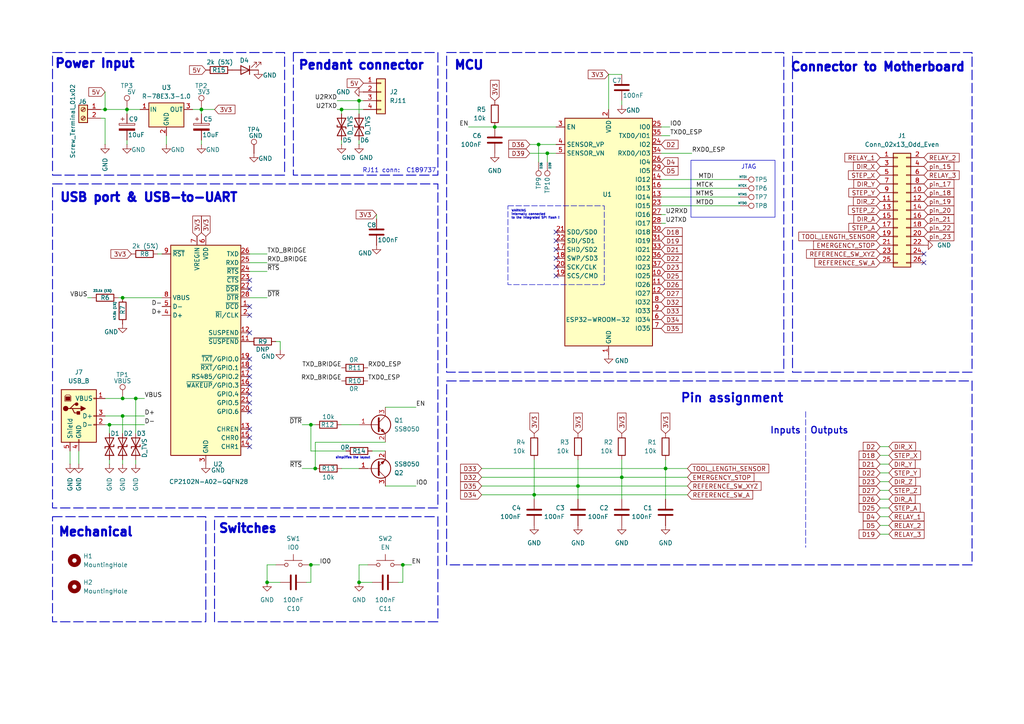
<source format=kicad_sch>
(kicad_sch (version 20250114) (generator "eeschema") (generator_version "9.0")
  (paper "A4")
  (lib_symbols
    (symbol "Connector:Screw_Terminal_01x02" (pin_names (offset 1.016) (hide yes))
      (property "Reference" "J" (at 0 2.54 0))
      (property "Value" "Screw_Terminal_01x02" (at 0 -5.08 0))
      (symbol "Screw_Terminal_01x02_1_1"
        (pin passive line (at -5.08 0 0) (length 3.81) (name "Pin_1") (number "1"))
        (pin passive line (at -5.08 -2.54 0) (length 3.81) (name "Pin_2") (number "2"))
      )
    )
    (symbol "Connector:TestPoint" (pin_numbers (hide yes)) (pin_names (offset 0.762) (hide yes))
      (property "Reference" "TP" (at 0 6.858 0))
      (property "Value" "TestPoint" (at 0 5.08 0))
      (symbol "TestPoint_1_1"
        (pin passive line (at 0 0 90) (length 2.54) (name "1") (number "1"))
      )
    )
    (symbol "Connector:USB_B" (pin_names (offset 1.016))
      (property "Reference" "J" (at -5.08 11.43 0))
      (property "Value" "USB_B" (at -5.08 8.89 0))
      (symbol "USB_B_1_1"
        (pin passive line (at -2.54 -10.16 90) (length 2.54) (name "Shield") (number "5"))
        (pin power_out line (at 0 -10.16 90) (length 2.54) (name "GND") (number "4"))
        (pin power_out line (at 7.62 5.08 180) (length 2.54) (name "VBUS") (number "1"))
        (pin bidirectional line (at 7.62 0 180) (length 2.54) (name "D+") (number "3"))
        (pin bidirectional line (at 7.62 -2.54 180) (length 2.54) (name "D-") (number "2"))
      )
    )
    (symbol "Connector_Generic:Conn_01x04" (pin_names (offset 1.016) (hide yes))
      (property "Reference" "J" (at 0 5.08 0))
      (property "Value" "Conn_01x04" (at 0 -7.62 0))
      (symbol "Conn_01x04_1_1"
        (pin passive line (at -5.08 2.54 0) (length 3.81) (name "Pin_1") (number "1"))
        (pin passive line (at -5.08 0 0) (length 3.81) (name "Pin_2") (number "2"))
        (pin passive line (at -5.08 -2.54 0) (length 3.81) (name "Pin_3") (number "3"))
        (pin passive line (at -5.08 -5.08 0) (length 3.81) (name "Pin_4") (number "4"))
      )
    )
    (symbol "Connector_Generic:Conn_02x13_Odd_Even" (pin_names (offset 1.016) (hide yes))
      (property "Reference" "J" (at 1.27 17.78 0))
      (property "Value" "Conn_02x13_Odd_Even" (at 1.27 -17.78 0))
      (symbol "Conn_02x13_Odd_Even_1_1"
        (pin passive line (at -5.08 15.24 0) (length 3.81) (name "Pin_1") (number "1"))
        (pin passive line (at -5.08 12.7 0) (length 3.81) (name "Pin_3") (number "3"))
        (pin passive line (at -5.08 10.16 0) (length 3.81) (name "Pin_5") (number "5"))
        (pin passive line (at -5.08 7.62 0) (length 3.81) (name "Pin_7") (number "7"))
        (pin passive line (at -5.08 5.08 0) (length 3.81) (name "Pin_9") (number "9"))
        (pin passive line (at -5.08 2.54 0) (length 3.81) (name "Pin_11") (number "11"))
        (pin passive line (at -5.08 0 0) (length 3.81) (name "Pin_13") (number "13"))
        (pin passive line (at -5.08 -2.54 0) (length 3.81) (name "Pin_15") (number "15"))
        (pin passive line (at -5.08 -5.08 0) (length 3.81) (name "Pin_17") (number "17"))
        (pin passive line (at -5.08 -7.62 0) (length 3.81) (name "Pin_19") (number "19"))
        (pin passive line (at -5.08 -10.16 0) (length 3.81) (name "Pin_21") (number "21"))
        (pin passive line (at -5.08 -12.7 0) (length 3.81) (name "Pin_23") (number "23"))
        (pin passive line (at -5.08 -15.24 0) (length 3.81) (name "Pin_25") (number "25"))
        (pin passive line (at 7.62 15.24 180) (length 3.81) (name "Pin_2") (number "2"))
        (pin passive line (at 7.62 12.7 180) (length 3.81) (name "Pin_4") (number "4"))
        (pin passive line (at 7.62 10.16 180) (length 3.81) (name "Pin_6") (number "6"))
        (pin passive line (at 7.62 7.62 180) (length 3.81) (name "Pin_8") (number "8"))
        (pin passive line (at 7.62 5.08 180) (length 3.81) (name "Pin_10") (number "10"))
        (pin passive line (at 7.62 2.54 180) (length 3.81) (name "Pin_12") (number "12"))
        (pin passive line (at 7.62 0 180) (length 3.81) (name "Pin_14") (number "14"))
        (pin passive line (at 7.62 -2.54 180) (length 3.81) (name "Pin_16") (number "16"))
        (pin passive line (at 7.62 -5.08 180) (length 3.81) (name "Pin_18") (number "18"))
        (pin passive line (at 7.62 -7.62 180) (length 3.81) (name "Pin_20") (number "20"))
        (pin passive line (at 7.62 -10.16 180) (length 3.81) (name "Pin_22") (number "22"))
        (pin passive line (at 7.62 -12.7 180) (length 3.81) (name "Pin_24") (number "24"))
        (pin passive line (at 7.62 -15.24 180) (length 3.81) (name "Pin_26") (number "26"))
      )
    )
    (symbol "Device:C" (pin_numbers (hide yes)) (pin_names (offset 0.254))
      (property "Reference" "C" (at 0.635 2.54 0))
      (property "Value" "C" (at 0.635 -2.54 0))
      (symbol "C_1_1"
        (pin passive line (at 0 3.81 270) (length 2.794) (name "~") (number "1"))
        (pin passive line (at 0 -3.81 90) (length 2.794) (name "~") (number "2"))
      )
    )
    (symbol "Device:C_Polarized" (pin_numbers (hide yes)) (pin_names (offset 0.254))
      (property "Reference" "C" (at 0.635 2.54 0))
      (property "Value" "C_Polarized" (at 0.635 -2.54 0))
      (symbol "C_Polarized_1_1"
        (pin passive line (at 0 3.81 270) (length 2.794) (name "~") (number "1"))
        (pin passive line (at 0 -3.81 90) (length 2.794) (name "~") (number "2"))
      )
    )
    (symbol "Device:D_TVS" (pin_numbers (hide yes)) (pin_names (offset 1.016) (hide yes))
      (property "Reference" "D" (at 0 2.54 0))
      (property "Value" "D_TVS" (at 0 -2.54 0))
      (symbol "D_TVS_1_1"
        (pin passive line (at -3.81 0 0) (length 2.54) (name "A1") (number "1"))
        (pin passive line (at 3.81 0 180) (length 2.54) (name "A2") (number "2"))
      )
    )
    (symbol "Device:LED" (pin_numbers (hide yes)) (pin_names (offset 1.016) (hide yes))
      (property "Reference" "D" (at 0 2.54 0))
      (property "Value" "LED" (at 0 -2.54 0))
      (symbol "LED_1_1"
        (pin passive line (at -3.81 0 0) (length 2.54) (name "K") (number "1"))
        (pin passive line (at 3.81 0 180) (length 2.54) (name "A") (number "2"))
      )
    )
    (symbol "Device:R" (pin_numbers (hide yes)) (pin_names (offset 0))
      (property "Reference" "R" (at 2.032 0 90))
      (property "Value" "R" (at 0 0 90))
      (symbol "R_1_1"
        (pin passive line (at 0 3.81 270) (length 1.27) (name "~") (number "1"))
        (pin passive line (at 0 -3.81 90) (length 1.27) (name "~") (number "2"))
      )
    )
    (symbol "Interface_USB:CP2102N-Axx-xQFN28"
      (property "Reference" "U" (at -8.89 31.75 0))
      (property "Value" "CP2102N-Axx-xQFN28" (at 12.7 31.75 0))
      (symbol "CP2102N-Axx-xQFN28_1_1"
        (pin input line (at -12.7 27.94 0) (length 2.54) (name "~{RST}") (number "9"))
        (pin input line (at -12.7 15.24 0) (length 2.54) (name "VBUS") (number "8"))
        (pin bidirectional line (at -12.7 12.7 0) (length 2.54) (name "D-") (number "5"))
        (pin bidirectional line (at -12.7 10.16 0) (length 2.54) (name "D+") (number "4"))
        (pin no_connect line (at -10.16 -27.94 0) (length 2.54) (hide yes) (name "NC") (number "10"))
        (pin power_in line (at -2.54 33.02 270) (length 2.54) (name "VREGIN") (number "7"))
        (pin power_in line (at 0 33.02 270) (length 2.54) (name "VDD") (number "6"))
        (pin passive line (at 0 -33.02 90) (length 2.54) (hide yes) (name "GND") (number "29"))
        (pin power_in line (at 0 -33.02 90) (length 2.54) (name "GND") (number "3"))
        (pin output line (at 12.7 27.94 180) (length 2.54) (name "TXD") (number "26"))
        (pin input line (at 12.7 25.4 180) (length 2.54) (name "RXD") (number "25"))
        (pin output line (at 12.7 22.86 180) (length 2.54) (name "~{RTS}") (number "24"))
        (pin input line (at 12.7 20.32 180) (length 2.54) (name "~{CTS}") (number "23"))
        (pin input line (at 12.7 17.78 180) (length 2.54) (name "~{DSR}") (number "27"))
        (pin output line (at 12.7 15.24 180) (length 2.54) (name "~{DTR}") (number "28"))
        (pin input line (at 12.7 12.7 180) (length 2.54) (name "~{DCD}") (number "1"))
        (pin bidirectional line (at 12.7 10.16 180) (length 2.54) (name "~{RI}/CLK") (number "2"))
        (pin output line (at 12.7 5.08 180) (length 2.54) (name "SUSPEND") (number "12"))
        (pin output line (at 12.7 2.54 180) (length 2.54) (name "~{SUSPEND}") (number "11"))
        (pin bidirectional line (at 12.7 -2.54 180) (length 2.54) (name "~{TXT}/GPIO.0") (number "19"))
        (pin bidirectional line (at 12.7 -5.08 180) (length 2.54) (name "~{RXT}/GPIO.1") (number "18"))
        (pin bidirectional line (at 12.7 -7.62 180) (length 2.54) (name "RS485/GPIO.2") (number "17"))
        (pin bidirectional line (at 12.7 -10.16 180) (length 2.54) (name "~{WAKEUP}/GPIO.3") (number "16"))
        (pin bidirectional line (at 12.7 -12.7 180) (length 2.54) (name "GPIO.4") (number "22"))
        (pin bidirectional line (at 12.7 -15.24 180) (length 2.54) (name "GPIO.5") (number "21"))
        (pin bidirectional line (at 12.7 -17.78 180) (length 2.54) (name "GPIO.6") (number "20"))
        (pin output line (at 12.7 -22.86 180) (length 2.54) (name "CHREN") (number "13"))
        (pin output line (at 12.7 -25.4 180) (length 2.54) (name "CHR0") (number "15"))
        (pin output line (at 12.7 -27.94 180) (length 2.54) (name "CHR1") (number "14"))
      )
    )
    (symbol "Mechanical:MountingHole" (pin_names (offset 1.016)) (exclude_from_sim yes) (in_bom no)
      (property "Reference" "H" (at 0 5.08 0))
      (property "Value" "MountingHole" (at 0 3.175 0))
    )
    (symbol "RF_Module:ESP32-WROOM-32"
      (property "Reference" "U" (at -12.7 34.29 0))
      (property "Value" "ESP32-WROOM-32" (at 1.27 34.29 0))
      (symbol "ESP32-WROOM-32_1_1"
        (pin input line (at -15.24 30.48 0) (length 2.54) (name "EN") (number "3"))
        (pin input line (at -15.24 25.4 0) (length 2.54) (name "SENSOR_VP") (number "4"))
        (pin input line (at -15.24 22.86 0) (length 2.54) (name "SENSOR_VN") (number "5"))
        (pin bidirectional line (at -15.24 0 0) (length 2.54) (name "SDO/SD0") (number "21"))
        (pin bidirectional line (at -15.24 -2.54 0) (length 2.54) (name "SDI/SD1") (number "22"))
        (pin bidirectional line (at -15.24 -5.08 0) (length 2.54) (name "SHD/SD2") (number "17"))
        (pin bidirectional line (at -15.24 -7.62 0) (length 2.54) (name "SWP/SD3") (number "18"))
        (pin bidirectional line (at -15.24 -10.16 0) (length 2.54) (name "SCK/CLK") (number "20"))
        (pin bidirectional line (at -15.24 -12.7 0) (length 2.54) (name "SCS/CMD") (number "19"))
        (pin no_connect line (at -12.7 -27.94 0) (length 2.54) (hide yes) (name "NC") (number "32"))
        (pin power_in line (at 0 35.56 270) (length 2.54) (name "VDD") (number "2"))
        (pin power_in line (at 0 -35.56 90) (length 2.54) (name "GND") (number "1"))
        (pin passive line (at 0 -35.56 90) (length 2.54) (hide yes) (name "GND") (number "15"))
        (pin passive line (at 0 -35.56 90) (length 2.54) (hide yes) (name "GND") (number "38"))
        (pin passive line (at 0 -35.56 90) (length 2.54) (hide yes) (name "GND") (number "39"))
        (pin bidirectional line (at 15.24 30.48 180) (length 2.54) (name "IO0") (number "25"))
        (pin bidirectional line (at 15.24 27.94 180) (length 2.54) (name "TXD0/IO1") (number "35"))
        (pin bidirectional line (at 15.24 25.4 180) (length 2.54) (name "IO2") (number "24"))
        (pin bidirectional line (at 15.24 22.86 180) (length 2.54) (name "RXD0/IO3") (number "34"))
        (pin bidirectional line (at 15.24 20.32 180) (length 2.54) (name "IO4") (number "26"))
        (pin bidirectional line (at 15.24 17.78 180) (length 2.54) (name "IO5") (number "29"))
        (pin bidirectional line (at 15.24 15.24 180) (length 2.54) (name "IO12") (number "14"))
        (pin bidirectional line (at 15.24 12.7 180) (length 2.54) (name "IO13") (number "16"))
        (pin bidirectional line (at 15.24 10.16 180) (length 2.54) (name "IO14") (number "13"))
        (pin bidirectional line (at 15.24 7.62 180) (length 2.54) (name "IO15") (number "23"))
        (pin bidirectional line (at 15.24 5.08 180) (length 2.54) (name "IO16") (number "27"))
        (pin bidirectional line (at 15.24 2.54 180) (length 2.54) (name "IO17") (number "28"))
        (pin bidirectional line (at 15.24 0 180) (length 2.54) (name "IO18") (number "30"))
        (pin bidirectional line (at 15.24 -2.54 180) (length 2.54) (name "IO19") (number "31"))
        (pin bidirectional line (at 15.24 -5.08 180) (length 2.54) (name "IO21") (number "33"))
        (pin bidirectional line (at 15.24 -7.62 180) (length 2.54) (name "IO22") (number "36"))
        (pin bidirectional line (at 15.24 -10.16 180) (length 2.54) (name "IO23") (number "37"))
        (pin bidirectional line (at 15.24 -12.7 180) (length 2.54) (name "IO25") (number "10"))
        (pin bidirectional line (at 15.24 -15.24 180) (length 2.54) (name "IO26") (number "11"))
        (pin bidirectional line (at 15.24 -17.78 180) (length 2.54) (name "IO27") (number "12"))
        (pin bidirectional line (at 15.24 -20.32 180) (length 2.54) (name "IO32") (number "8"))
        (pin bidirectional line (at 15.24 -22.86 180) (length 2.54) (name "IO33") (number "9"))
        (pin input line (at 15.24 -25.4 180) (length 2.54) (name "IO34") (number "6"))
        (pin input line (at 15.24 -27.94 180) (length 2.54) (name "IO35") (number "7"))
      )
    )
    (symbol "Regulator_Switching:R-78E3.3-1.0" (pin_names (offset 0.254))
      (property "Reference" "U" (at -3.81 3.175 0))
      (property "Value" "R-78E3.3-1.0" (at 0 3.175 0))
      (symbol "R-78E3.3-1.0_1_1"
        (pin power_in line (at -7.62 0 0) (length 2.54) (name "IN") (number "1"))
        (pin power_in line (at 0 -7.62 90) (length 2.54) (name "GND") (number "2"))
        (pin power_out line (at 7.62 0 180) (length 2.54) (name "OUT") (number "3"))
      )
    )
    (symbol "Switch:SW_Push" (pin_numbers (hide yes)) (pin_names (offset 1.016) (hide yes))
      (property "Reference" "SW" (at 1.27 2.54 0))
      (property "Value" "SW_Push" (at 0 -1.524 0))
      (symbol "SW_Push_0_1"
        (pin passive line (at -5.08 0 0) (length 2.54) (name "1") (number "1"))
        (pin passive line (at 5.08 0 180) (length 2.54) (name "2") (number "2"))
      )
    )
    (symbol "Transistor_BJT:SS8050" (pin_names (offset 0) (hide yes))
      (property "Reference" "Q" (at 5.08 1.905 0))
      (property "Value" "SS8050" (at 5.08 0 0))
      (symbol "SS8050_1_1"
        (pin input line (at -5.08 0 0) (length 2.54) (name "B") (number "1"))
        (pin passive line (at 2.54 5.08 270) (length 2.54) (name "C") (number "3"))
        (pin passive line (at 2.54 -5.08 90) (length 2.54) (name "E") (number "2"))
      )
    )
    (symbol "power:GND" (power) (pin_numbers (hide yes)) (pin_names (offset 0) (hide yes))
      (property "Value" "GND" (at 0 -3.81 0))
      (symbol "GND_1_1"
        (pin power_in line (at 0 0 270) (length 0) (name "~") (number "1"))
      )
    )
  )
  (rectangle (start 229.87 15.24) (end 281.94 107.95) (stroke (width 0.254) (type dash)))
  (rectangle (start 85.09 15.24) (end 127 50.8) (stroke (width 0.254) (type dash)))
  (rectangle (start 15.24 149.86) (end 59.69 180.34) (stroke (width 0.254) (type dash)))
  (rectangle (start 15.24 53.34) (end 127 147.32) (stroke (width 0.254) (type dash)))
  (rectangle (start 15.24 15.24) (end 82.55 50.8) (stroke (width 0.254) (type dash)))
  (rectangle (start 129.54 110.49) (end 281.94 163.83) (stroke (width 0.254) (type dash)))
  (rectangle (start 62.23 149.86) (end 127 180.34) (stroke (width 0.254) (type dash)))
  (rectangle (start 129.54 15.24) (end 227.33 107.95) (stroke (width 0.254) (type dash)))
  (rectangle (start 200.406 46.482) (end 224.79 62.992))
  (text "Outputs" (at 240.538 124.968 0) (effects (font (size 1.905 1.905) (thickness 0.3175))))
  (text "JTAG" (at 217.17 48.514 0) (effects (font (size 1.27 1.27))))
  (text "RJ11 conn:  C189737" (at 115.824 49.53 0) (effects (font (size 1.27 1.27))))
  (text "Power Input" (at 15.748 18.542 0) (effects (font (size 2.54 2.54) (thickness 0.762) (bold yes)) (justify left)))
  (text "Inputs" (at 227.838 124.968 0) (effects (font (size 1.905 1.905) (thickness 0.3175))))
  (text "simplifies the layout" (at 102.362 132.842 0) (effects (font (size 0.635 0.635))))
  (text "Mechanical" (at 16.764 154.432 0) (effects (font (size 2.54 2.54) (thickness 0.762) (bold yes)) (justify left)))
  (text "Connector to Motherboard" (at 229.108 19.558 0) (effects (font (size 2.54 2.54) (thickness 0.762) (bold yes)) (justify left)))
  (text "Switches" (at 63.246 153.416 0) (effects (font (size 2.54 2.54) (thickness 0.762) (bold yes)) (justify left)))
  (text "Pendant connector" (at 86.36 19.05 0) (effects (font (size 2.54 2.54) (thickness 0.762) (bold yes)) (justify left)))
  (text "Pin assignment" (at 212.344 115.57 0) (effects (font (size 2.54 2.54) (thickness 0.508) (bold yes))))
  (text "USB port & USB-to-UART" (at 43.18 57.404 0) (effects (font (size 2.54 2.54) (thickness 0.762) (bold yes))))
  (text "MCU" (at 131.572 19.05 0) (effects (font (size 2.54 2.54) (thickness 0.762) (bold yes)) (justify left)))
  (text_box "WARNING\ninternally connected \nto the integrated SPI flash !" (at 147.32 59.69 0) (size 27.94 22.86) (margins 0.9525 0.9525 0.9525 0.9525) (stroke (width 0) (type dash)) (effects (font (size 0.635 0.635)) (justify left top)))
  (junction (at 116.84 163.83))
  (junction (at 90.17 123.19))
  (junction (at 35.56 86.36))
  (junction (at 58.42 31.75))
  (junction (at 91.44 135.89))
  (junction (at 99.06 31.75))
  (junction (at 104.14 168.91))
  (junction (at 104.14 29.21))
  (junction (at 36.83 31.75))
  (junction (at 31.75 123.19))
  (junction (at 77.47 168.91))
  (junction (at 167.64 140.97))
  (junction (at 39.37 115.57))
  (junction (at 154.94 143.51))
  (junction (at 35.56 115.57))
  (junction (at 143.51 36.83))
  (junction (at 90.17 163.83))
  (junction (at 158.75 44.45))
  (junction (at 156.21 41.91))
  (junction (at 35.56 120.65))
  (junction (at 180.34 138.43))
  (junction (at 30.48 31.75))
  (junction (at 193.04 135.89))
  (no_connect (at 72.39 124.46))
  (no_connect (at 161.29 67.31))
  (no_connect (at 267.97 76.2))
  (no_connect (at 72.39 119.38))
  (no_connect (at 161.29 69.85))
  (no_connect (at 161.29 74.93))
  (no_connect (at 72.39 83.82))
  (no_connect (at 161.29 72.39))
  (no_connect (at 72.39 106.68))
  (no_connect (at 72.39 91.44))
  (no_connect (at 72.39 116.84))
  (no_connect (at 72.39 96.52))
  (no_connect (at 72.39 81.28))
  (no_connect (at 72.39 127))
  (no_connect (at 72.39 109.22))
  (no_connect (at 72.39 104.14))
  (no_connect (at 72.39 114.3))
  (no_connect (at 267.97 73.66))
  (no_connect (at 72.39 129.54))
  (no_connect (at 72.39 111.76))
  (no_connect (at 72.39 88.9))
  (no_connect (at 161.29 77.47))
  (no_connect (at 161.29 80.01))
  (wire (pts (xy 36.83 31.75) (xy 40.64 31.75)))
  (wire (pts (xy 72.39 86.36) (xy 77.47 86.36)))
  (wire (pts (xy 30.48 41.91) (xy 30.48 34.29)))
  (wire (pts (xy 31.75 123.19) (xy 41.91 123.19)))
  (wire (pts (xy 167.64 140.97) (xy 139.7 140.97)))
  (wire (pts (xy 104.14 29.21) (xy 104.14 33.02)))
  (wire (pts (xy 72.39 78.74) (xy 77.47 78.74)))
  (wire (pts (xy 87.63 123.19) (xy 90.17 123.19)))
  (wire (pts (xy 154.94 143.51) (xy 154.94 133.35)))
  (wire (pts (xy 191.77 52.07) (xy 214.63 52.07)))
  (wire (pts (xy 45.72 73.66) (xy 46.99 73.66)))
  (wire (pts (xy 193.04 135.89) (xy 193.04 133.35)))
  (wire (pts (xy 20.32 134.62) (xy 20.32 130.81)))
  (wire (pts (xy 77.47 73.66) (xy 72.39 73.66)))
  (wire (pts (xy 48.26 39.37) (xy 48.26 41.91)))
  (wire (pts (xy 104.14 163.83) (xy 104.14 168.91)))
  (wire (pts (xy 153.67 44.45) (xy 158.75 44.45)))
  (wire (pts (xy 143.51 36.83) (xy 161.29 36.83)))
  (wire (pts (xy 80.01 163.83) (xy 77.47 163.83)))
  (wire (pts (xy 191.77 57.15) (xy 214.63 57.15)))
  (wire (pts (xy 135.89 36.83) (xy 143.51 36.83)))
  (wire (pts (xy 193.04 64.77) (xy 191.77 64.77)))
  (polyline (pts (xy 233.68 119.38) (xy 233.68 158.75)) (stroke (width 0) (type dash)))
  (wire (pts (xy 153.67 41.91) (xy 156.21 41.91)))
  (wire (pts (xy 99.06 135.89) (xy 104.14 135.89)))
  (wire (pts (xy 77.47 168.91) (xy 81.28 168.91)))
  (wire (pts (xy 255.27 144.78) (xy 257.81 144.78)))
  (wire (pts (xy 194.31 39.37) (xy 191.77 39.37)))
  (wire (pts (xy 39.37 133.35) (xy 39.37 134.62)))
  (wire (pts (xy 30.48 120.65) (xy 35.56 120.65)))
  (wire (pts (xy 199.39 138.43) (xy 180.34 138.43)))
  (wire (pts (xy 199.39 135.89) (xy 193.04 135.89)))
  (wire (pts (xy 176.53 21.59) (xy 176.53 31.75)))
  (wire (pts (xy 255.27 139.7) (xy 257.81 139.7)))
  (wire (pts (xy 109.22 62.23) (xy 109.22 63.5)))
  (wire (pts (xy 193.04 135.89) (xy 139.7 135.89)))
  (wire (pts (xy 255.27 137.16) (xy 257.81 137.16)))
  (wire (pts (xy 107.95 130.81) (xy 111.76 130.81)))
  (wire (pts (xy 104.14 168.91) (xy 107.95 168.91)))
  (wire (pts (xy 156.21 41.91) (xy 156.21 46.99)))
  (wire (pts (xy 30.48 115.57) (xy 35.56 115.57)))
  (wire (pts (xy 193.04 144.78) (xy 193.04 135.89)))
  (wire (pts (xy 97.79 31.75) (xy 99.06 31.75)))
  (wire (pts (xy 111.76 118.11) (xy 120.65 118.11)))
  (wire (pts (xy 77.47 76.2) (xy 72.39 76.2)))
  (wire (pts (xy 30.48 123.19) (xy 31.75 123.19)))
  (wire (pts (xy 90.17 168.91) (xy 90.17 163.83)))
  (wire (pts (xy 90.17 163.83) (xy 92.71 163.83)))
  (wire (pts (xy 154.94 143.51) (xy 139.7 143.51)))
  (wire (pts (xy 36.83 31.75) (xy 36.83 33.02)))
  (wire (pts (xy 99.06 31.75) (xy 105.41 31.75)))
  (wire (pts (xy 90.17 130.81) (xy 90.17 123.19)))
  (wire (pts (xy 167.64 140.97) (xy 167.64 133.35)))
  (wire (pts (xy 35.56 120.65) (xy 41.91 120.65)))
  (wire (pts (xy 99.06 123.19) (xy 104.14 123.19)))
  (wire (pts (xy 194.31 36.83) (xy 191.77 36.83)))
  (wire (pts (xy 180.34 30.48) (xy 180.34 29.21)))
  (wire (pts (xy 255.27 149.86) (xy 257.81 149.86)))
  (wire (pts (xy 115.57 168.91) (xy 116.84 168.91)))
  (wire (pts (xy 22.86 134.62) (xy 22.86 130.81)))
  (wire (pts (xy 199.39 143.51) (xy 154.94 143.51)))
  (wire (pts (xy 193.04 62.23) (xy 191.77 62.23)))
  (wire (pts (xy 99.06 33.02) (xy 99.06 31.75)))
  (wire (pts (xy 58.42 33.02) (xy 58.42 31.75)))
  (wire (pts (xy 31.75 123.19) (xy 31.75 125.73)))
  (wire (pts (xy 191.77 54.61) (xy 214.63 54.61)))
  (wire (pts (xy 29.21 31.75) (xy 30.48 31.75)))
  (wire (pts (xy 30.48 31.75) (xy 36.83 31.75)))
  (wire (pts (xy 88.9 168.91) (xy 90.17 168.91)))
  (wire (pts (xy 58.42 31.75) (xy 55.88 31.75)))
  (wire (pts (xy 39.37 115.57) (xy 39.37 125.73)))
  (wire (pts (xy 31.75 133.35) (xy 31.75 134.62)))
  (wire (pts (xy 35.56 86.36) (xy 46.99 86.36)))
  (wire (pts (xy 111.76 140.97) (xy 120.65 140.97)))
  (wire (pts (xy 58.42 40.64) (xy 58.42 41.91)))
  (wire (pts (xy 255.27 134.62) (xy 257.81 134.62)))
  (wire (pts (xy 111.76 128.27) (xy 91.44 128.27)))
  (wire (pts (xy 87.63 135.89) (xy 91.44 135.89)))
  (wire (pts (xy 255.27 142.24) (xy 257.81 142.24)))
  (wire (pts (xy 255.27 154.94) (xy 257.81 154.94)))
  (wire (pts (xy 191.77 44.45) (xy 200.66 44.45)))
  (wire (pts (xy 116.84 163.83) (xy 119.38 163.83)))
  (wire (pts (xy 34.29 86.36) (xy 35.56 86.36)))
  (wire (pts (xy 62.23 31.75) (xy 58.42 31.75)))
  (wire (pts (xy 90.17 130.81) (xy 100.33 130.81)))
  (wire (pts (xy 35.56 133.35) (xy 35.56 134.62)))
  (wire (pts (xy 106.68 163.83) (xy 104.14 163.83)))
  (wire (pts (xy 180.34 138.43) (xy 139.7 138.43)))
  (wire (pts (xy 180.34 144.78) (xy 180.34 138.43)))
  (wire (pts (xy 158.75 44.45) (xy 161.29 44.45)))
  (wire (pts (xy 81.28 101.6) (xy 81.28 99.06)))
  (wire (pts (xy 81.28 99.06) (xy 80.01 99.06)))
  (wire (pts (xy 255.27 147.32) (xy 257.81 147.32)))
  (wire (pts (xy 35.56 120.65) (xy 35.56 125.73)))
  (wire (pts (xy 191.77 59.69) (xy 214.63 59.69)))
  (wire (pts (xy 156.21 41.91) (xy 161.29 41.91)))
  (wire (pts (xy 199.39 140.97) (xy 167.64 140.97)))
  (wire (pts (xy 30.48 34.29) (xy 29.21 34.29)))
  (wire (pts (xy 77.47 163.83) (xy 77.47 168.91)))
  (wire (pts (xy 154.94 144.78) (xy 154.94 143.51)))
  (wire (pts (xy 255.27 129.54) (xy 257.81 129.54)))
  (wire (pts (xy 116.84 168.91) (xy 116.84 163.83)))
  (wire (pts (xy 104.14 29.21) (xy 105.41 29.21)))
  (wire (pts (xy 35.56 115.57) (xy 39.37 115.57)))
  (wire (pts (xy 91.44 128.27) (xy 91.44 135.89)))
  (wire (pts (xy 25.4 86.36) (xy 26.67 86.36)))
  (wire (pts (xy 97.79 29.21) (xy 104.14 29.21)))
  (wire (pts (xy 255.27 132.08) (xy 257.81 132.08)))
  (wire (pts (xy 39.37 115.57) (xy 41.91 115.57)))
  (wire (pts (xy 158.75 44.45) (xy 158.75 46.99)))
  (wire (pts (xy 36.83 40.64) (xy 36.83 41.91)))
  (wire (pts (xy 99.06 41.91) (xy 99.06 40.64)))
  (wire (pts (xy 176.53 21.59) (xy 180.34 21.59)))
  (wire (pts (xy 167.64 144.78) (xy 167.64 140.97)))
  (wire (pts (xy 255.27 152.4) (xy 257.81 152.4)))
  (wire (pts (xy 104.14 41.91) (xy 104.14 40.64)))
  (wire (pts (xy 90.17 123.19) (xy 91.44 123.19)))
  (wire (pts (xy 180.34 138.43) (xy 180.34 133.35)))
  (wire (pts (xy 30.48 26.67) (xy 30.48 31.75)))
  (label "MTDO" (at 207.01 59.69 180))
  (label "RXD0_ESP" (at 106.68 106.68 0))
  (label "IO0" (at 92.71 163.83 0))
  (label "MTCK" (at 207.01 54.61 180))
  (label "TXD_BRIDGE" (at 77.47 73.66 0))
  (label "EN" (at 135.89 36.83 180))
  (label "EN" (at 120.65 118.11 0))
  (label "RXD0_ESP" (at 200.66 44.45 0))
  (label "MTMS" (at 207.01 57.15 180))
  (label "TXD0_ESP" (at 194.31 39.37 0))
  (label "VBUS" (at 41.91 115.57 0))
  (label "~{DTR}" (at 87.63 123.19 180))
  (label "RXD_BRIDGE" (at 99.06 110.49 180))
  (label "~{DTR}" (at 77.47 86.36 0))
  (label "U2TXD" (at 193.04 64.77 0))
  (label "TXD_BRIDGE" (at 99.06 106.68 180))
  (label "D+" (at 41.91 120.65 0))
  (label "~{RTS}" (at 87.63 135.89 180))
  (label "D+" (at 46.99 91.44 180))
  (label "EN" (at 119.38 163.83 0))
  (label "U2TXD" (at 97.79 31.75 180))
  (label "IO0" (at 120.65 140.97 0))
  (label "TXD0_ESP" (at 106.68 110.49 0))
  (label "MTDI" (at 207.01 52.07 180))
  (label "IO0" (at 194.31 36.83 0))
  (label "U2RXD" (at 193.04 62.23 0))
  (label "VBUS" (at 25.4 86.36 180))
  (label "D-" (at 46.99 88.9 180))
  (label "RXD_BRIDGE" (at 77.47 76.2 0))
  (label "U2RXD" (at 97.79 29.21 180))
  (label "~{RTS}" (at 77.47 78.74 0))
  (label "D-" (at 41.91 123.19 0))
  (global_label "RELAY_1" (shape input) (at 257.81 149.86 0) (property "Intersheetrefs" "${INTERSHEET_REFS}" (effects (hide yes))))
  (global_label "D23" (shape input) (at 255.27 139.7 180) (property "Intersheetrefs" "${INTERSHEET_REFS}" (effects (hide yes))))
  (global_label "D25" (shape input) (at 191.77 80.01 0) (property "Intersheetrefs" "${INTERSHEET_REFS}" (effects (hide yes))))
  (global_label "5V" (shape input) (at 30.48 26.67 180) (property "Intersheetrefs" "${INTERSHEET_REFS}" (effects (hide yes))))
  (global_label "D33" (shape input) (at 139.7 135.89 180) (property "Intersheetrefs" "${INTERSHEET_REFS}" (effects (hide yes))))
  (global_label "DIR_A" (shape input) (at 257.81 144.78 0) (property "Intersheetrefs" "${INTERSHEET_REFS}" (effects (hide yes))))
  (global_label "DIR_X" (shape input) (at 257.81 129.54 0) (property "Intersheetrefs" "${INTERSHEET_REFS}" (effects (hide yes))))
  (global_label "STEP_Y" (shape input) (at 255.27 55.88 180) (property "Intersheetrefs" "${INTERSHEET_REFS}" (effects (hide yes))))
  (global_label "STEP_Z" (shape input) (at 255.27 60.96 180) (property "Intersheetrefs" "${INTERSHEET_REFS}" (effects (hide yes))))
  (global_label "D32" (shape input) (at 191.77 87.63 0) (property "Intersheetrefs" "${INTERSHEET_REFS}" (effects (hide yes))))
  (global_label "D35" (shape input) (at 191.77 95.25 0) (property "Intersheetrefs" "${INTERSHEET_REFS}" (effects (hide yes))))
  (global_label "pin_23" (shape input) (at 267.97 68.58 0) (property "Intersheetrefs" "${INTERSHEET_REFS}" (effects (hide yes))))
  (global_label "RELAY_1" (shape input) (at 255.27 45.72 180) (property "Intersheetrefs" "${INTERSHEET_REFS}" (effects (hide yes))))
  (global_label "5V" (shape input) (at 105.41 24.13 180) (property "Intersheetrefs" "${INTERSHEET_REFS}" (effects (hide yes))))
  (global_label "D5" (shape input) (at 255.27 152.4 180) (property "Intersheetrefs" "${INTERSHEET_REFS}" (effects (hide yes))))
  (global_label "3V3" (shape input) (at 180.34 125.73 90) (property "Intersheetrefs" "${INTERSHEET_REFS}" (effects (hide yes))))
  (global_label "STEP_X" (shape input) (at 257.81 132.08 0) (property "Intersheetrefs" "${INTERSHEET_REFS}" (effects (hide yes))))
  (global_label "D22" (shape input) (at 191.77 74.93 0) (property "Intersheetrefs" "${INTERSHEET_REFS}" (effects (hide yes))))
  (global_label "D34" (shape input) (at 139.7 143.51 180) (property "Intersheetrefs" "${INTERSHEET_REFS}" (effects (hide yes))))
  (global_label "pin_15" (shape input) (at 267.97 48.26 0) (property "Intersheetrefs" "${INTERSHEET_REFS}" (effects (hide yes))))
  (global_label "D5" (shape input) (at 191.77 49.53 0) (property "Intersheetrefs" "${INTERSHEET_REFS}" (effects (hide yes))))
  (global_label "D4" (shape input) (at 191.77 46.99 0) (property "Intersheetrefs" "${INTERSHEET_REFS}" (effects (hide yes))))
  (global_label "3V3" (shape input) (at 143.51 29.21 90) (property "Intersheetrefs" "${INTERSHEET_REFS}" (effects (hide yes))))
  (global_label "REFERENCE_SW_XYZ" (shape input) (at 199.39 140.97 0) (property "Intersheetrefs" "${INTERSHEET_REFS}" (effects (hide yes))))
  (global_label "EMERGENCY_STOP" (shape input) (at 199.39 138.43 0) (property "Intersheetrefs" "${INTERSHEET_REFS}" (effects (hide yes))))
  (global_label "STEP_A" (shape input) (at 255.27 66.04 180) (property "Intersheetrefs" "${INTERSHEET_REFS}" (effects (hide yes))))
  (global_label "3V3" (shape input) (at 109.22 62.23 180) (property "Intersheetrefs" "${INTERSHEET_REFS}" (effects (hide yes))))
  (global_label "RELAY_2" (shape input) (at 267.97 45.72 0) (property "Intersheetrefs" "${INTERSHEET_REFS}" (effects (hide yes))))
  (global_label "DIR_Y" (shape input) (at 257.81 134.62 0) (property "Intersheetrefs" "${INTERSHEET_REFS}" (effects (hide yes))))
  (global_label "DIR_Z" (shape input) (at 255.27 58.42 180) (property "Intersheetrefs" "${INTERSHEET_REFS}" (effects (hide yes))))
  (global_label "3V3" (shape input) (at 167.64 125.73 90) (property "Intersheetrefs" "${INTERSHEET_REFS}" (effects (hide yes))))
  (global_label "D21" (shape input) (at 191.77 72.39 0) (property "Intersheetrefs" "${INTERSHEET_REFS}" (effects (hide yes))))
  (global_label "3V3" (shape input) (at 193.04 125.73 90) (property "Intersheetrefs" "${INTERSHEET_REFS}" (effects (hide yes))))
  (global_label "D2" (shape input) (at 255.27 129.54 180) (property "Intersheetrefs" "${INTERSHEET_REFS}" (effects (hide yes))))
  (global_label "D18" (shape input) (at 255.27 132.08 180) (property "Intersheetrefs" "${INTERSHEET_REFS}" (effects (hide yes))))
  (global_label "REFERENCE_SW_A" (shape input) (at 255.27 76.2 180) (property "Intersheetrefs" "${INTERSHEET_REFS}" (effects (hide yes))))
  (global_label "DIR_X" (shape input) (at 255.27 48.26 180) (property "Intersheetrefs" "${INTERSHEET_REFS}" (effects (hide yes))))
  (global_label "3V3" (shape input) (at 62.23 31.75 0) (property "Intersheetrefs" "${INTERSHEET_REFS}" (effects (hide yes))))
  (global_label "TOOL_LENGTH_SENSOR" (shape input) (at 255.27 68.58 180) (property "Intersheetrefs" "${INTERSHEET_REFS}" (effects (hide yes))))
  (global_label "TOOL_LENGTH_SENSOR" (shape input) (at 199.39 135.89 0) (property "Intersheetrefs" "${INTERSHEET_REFS}" (effects (hide yes))))
  (global_label "D26" (shape input) (at 255.27 144.78 180) (property "Intersheetrefs" "${INTERSHEET_REFS}" (effects (hide yes))))
  (global_label "D32" (shape input) (at 139.7 138.43 180) (property "Intersheetrefs" "${INTERSHEET_REFS}" (effects (hide yes))))
  (global_label "DIR_Y" (shape input) (at 255.27 53.34 180) (property "Intersheetrefs" "${INTERSHEET_REFS}" (effects (hide yes))))
  (global_label "RELAY_3" (shape input) (at 257.81 154.94 0) (property "Intersheetrefs" "${INTERSHEET_REFS}" (effects (hide yes))))
  (global_label "D27" (shape input) (at 255.27 142.24 180) (property "Intersheetrefs" "${INTERSHEET_REFS}" (effects (hide yes))))
  (global_label "D25" (shape input) (at 255.27 147.32 180) (property "Intersheetrefs" "${INTERSHEET_REFS}" (effects (hide yes))))
  (global_label "EMERGENCY_STOP" (shape input) (at 255.27 71.12 180) (property "Intersheetrefs" "${INTERSHEET_REFS}" (effects (hide yes))))
  (global_label "D22" (shape input) (at 255.27 137.16 180) (property "Intersheetrefs" "${INTERSHEET_REFS}" (effects (hide yes))))
  (global_label "pin_21" (shape input) (at 267.97 63.5 0) (property "Intersheetrefs" "${INTERSHEET_REFS}" (effects (hide yes))))
  (global_label "REFERENCE_SW_XYZ" (shape input) (at 255.27 73.66 180) (property "Intersheetrefs" "${INTERSHEET_REFS}" (effects (hide yes))))
  (global_label "D4" (shape input) (at 255.27 149.86 180) (property "Intersheetrefs" "${INTERSHEET_REFS}" (effects (hide yes))))
  (global_label "D26" (shape input) (at 191.77 82.55 0) (property "Intersheetrefs" "${INTERSHEET_REFS}" (effects (hide yes))))
  (global_label "D27" (shape input) (at 191.77 85.09 0) (property "Intersheetrefs" "${INTERSHEET_REFS}" (effects (hide yes))))
  (global_label "pin_19" (shape input) (at 267.97 58.42 0) (property "Intersheetrefs" "${INTERSHEET_REFS}" (effects (hide yes))))
  (global_label "D19" (shape input) (at 191.77 69.85 0) (property "Intersheetrefs" "${INTERSHEET_REFS}" (effects (hide yes))))
  (global_label "D18" (shape input) (at 191.77 67.31 0) (property "Intersheetrefs" "${INTERSHEET_REFS}" (effects (hide yes))))
  (global_label "RELAY_3" (shape input) (at 267.97 50.8 0) (property "Intersheetrefs" "${INTERSHEET_REFS}" (effects (hide yes))))
  (global_label "D19" (shape input) (at 255.27 154.94 180) (property "Intersheetrefs" "${INTERSHEET_REFS}" (effects (hide yes))))
  (global_label "pin_22" (shape input) (at 267.97 66.04 0) (property "Intersheetrefs" "${INTERSHEET_REFS}" (effects (hide yes))))
  (global_label "STEP_A" (shape input) (at 257.81 147.32 0) (property "Intersheetrefs" "${INTERSHEET_REFS}" (effects (hide yes))))
  (global_label "3V3" (shape input) (at 57.15 68.58 90) (property "Intersheetrefs" "${INTERSHEET_REFS}" (effects (hide yes))))
  (global_label "D2" (shape input) (at 191.77 41.91 0) (property "Intersheetrefs" "${INTERSHEET_REFS}" (effects (hide yes))))
  (global_label "D36" (shape input) (at 153.67 41.91 180) (property "Intersheetrefs" "${INTERSHEET_REFS}" (effects (hide yes))))
  (global_label "STEP_X" (shape input) (at 255.27 50.8 180) (property "Intersheetrefs" "${INTERSHEET_REFS}" (effects (hide yes))))
  (global_label "STEP_Y" (shape input) (at 257.81 137.16 0) (property "Intersheetrefs" "${INTERSHEET_REFS}" (effects (hide yes))))
  (global_label "3V3" (shape input) (at 38.1 73.66 180) (property "Intersheetrefs" "${INTERSHEET_REFS}" (effects (hide yes))))
  (global_label "D35" (shape input) (at 139.7 140.97 180) (property "Intersheetrefs" "${INTERSHEET_REFS}" (effects (hide yes))))
  (global_label "D23" (shape input) (at 191.77 77.47 0) (property "Intersheetrefs" "${INTERSHEET_REFS}" (effects (hide yes))))
  (global_label "RELAY_2" (shape input) (at 257.81 152.4 0) (property "Intersheetrefs" "${INTERSHEET_REFS}" (effects (hide yes))))
  (global_label "3V3" (shape input) (at 154.94 125.73 90) (property "Intersheetrefs" "${INTERSHEET_REFS}" (effects (hide yes))))
  (global_label "3V3" (shape input) (at 59.69 68.58 90) (property "Intersheetrefs" "${INTERSHEET_REFS}" (effects (hide yes))))
  (global_label "D39" (shape input) (at 153.67 44.45 180) (property "Intersheetrefs" "${INTERSHEET_REFS}" (effects (hide yes))))
  (global_label "pin_18" (shape input) (at 267.97 55.88 0) (property "Intersheetrefs" "${INTERSHEET_REFS}" (effects (hide yes))))
  (global_label "D34" (shape input) (at 191.77 92.71 0) (property "Intersheetrefs" "${INTERSHEET_REFS}" (effects (hide yes))))
  (global_label "STEP_Z" (shape input) (at 257.81 142.24 0) (property "Intersheetrefs" "${INTERSHEET_REFS}" (effects (hide yes))))
  (global_label "REFERENCE_SW_A" (shape input) (at 199.39 143.51 0) (property "Intersheetrefs" "${INTERSHEET_REFS}" (effects (hide yes))))
  (global_label "pin_20" (shape input) (at 267.97 60.96 0) (property "Intersheetrefs" "${INTERSHEET_REFS}" (effects (hide yes))))
  (global_label "DIR_A" (shape input) (at 255.27 63.5 180) (property "Intersheetrefs" "${INTERSHEET_REFS}" (effects (hide yes))))
  (global_label "D21" (shape input) (at 255.27 134.62 180) (property "Intersheetrefs" "${INTERSHEET_REFS}" (effects (hide yes))))
  (global_label "D33" (shape input) (at 191.77 90.17 0) (property "Intersheetrefs" "${INTERSHEET_REFS}" (effects (hide yes))))
  (global_label "pin_17" (shape input) (at 267.97 53.34 0) (property "Intersheetrefs" "${INTERSHEET_REFS}" (effects (hide yes))))
  (global_label "3V3" (shape input) (at 176.53 21.59 180) (property "Intersheetrefs" "${INTERSHEET_REFS}" (effects (hide yes))))
  (global_label "5V" (shape input) (at 59.69 20.32 180) (property "Intersheetrefs" "${INTERSHEET_REFS}" (effects (hide yes))))
  (global_label "DIR_Z" (shape input) (at 257.81 139.7 0) (property "Intersheetrefs" "${INTERSHEET_REFS}" (effects (hide yes))))
  (symbol (lib_id "power:GND") (at 58.42 41.91 0) (mirror y) (unit 1)
    (property "Reference" "#PWR024" (effects (hide yes)))
    (property "Value" "GND" (at 61.722 43.434 0))
    (property "Description" "Power symbol creates a global label with name \"GND\" , ground" (effects (hide yes)))
  )
  (symbol (lib_id "power:GND") (at 73.66 44.45 0) (mirror y) (unit 1)
    (property "Reference" "#PWR027" (effects (hide yes)))
    (property "Value" "GND" (at 76.962 45.974 0))
    (property "Description" "Power symbol creates a global label with name \"GND\" , ground" (effects (hide yes)))
  )
  (symbol (lib_id "Connector:Screw_Terminal_01x02") (at 24.13 31.75 0) (mirror y) (unit 1)
    (property "Reference" "J6" (at 25.146 29.464 0) (effects (justify left)))
    (property "Value" "Screw_Terminal_01x02" (at 21.082 45.974 90) (effects (justify left)))
    (property "Footprint" "TerminalBlock_Phoenix:TerminalBlock_Phoenix_MKDS-1,5-2_1x02_P5.00mm_Horizontal" (effects (hide yes)))
    (property "Description" "Generic screw terminal, single row, 01x02, script generated (kicad-library-utils/schlib/autogen/connector/)" (effects (hide yes)))
    (property "JLCPCB Part #" "C8465" (effects (hide yes)))
  )
  (symbol (lib_id "Device:C") (at 111.76 168.91 270) (unit 1)
    (property "Reference" "C11" (at 111.76 176.53 90))
    (property "Value" "100nF" (at 111.76 173.99 90))
    (property "Footprint" "Capacitor_SMD:C_0603_1608Metric" (effects (hide yes)))
    (property "Description" "Unpolarized capacitor" (effects (hide yes)))
    (property "JLCPCB Part #" "C14663" (effects (hide yes)))
  )
  (symbol (lib_id "power:GND") (at 180.34 30.48 0) (mirror y) (unit 1)
    (property "Reference" "#PWR05" (effects (hide yes)))
    (property "Value" "GND" (at 183.642 32.004 0))
    (property "Description" "Power symbol creates a global label with name \"GND\" , ground" (effects (hide yes)))
  )
  (symbol (lib_id "Device:R") (at 167.64 129.54 0) (mirror y) (unit 1)
    (property "Reference" "R3" (at 165.1 128.2699 0) (effects (justify left)))
    (property "Value" "10k" (at 165.1 130.8099 0) (effects (justify left)))
    (property "Footprint" "Resistor_SMD:R_0603_1608Metric" (effects (hide yes)))
    (property "Description" "Resistor" (effects (hide yes)))
    (property "JLCPCB Part #" "C25804" (effects (hide yes)))
  )
  (symbol (lib_id "Device:R") (at 30.48 86.36 90) (unit 1)
    (property "Reference" "R6" (at 30.48 86.36 90))
    (property "Value" "22.1k (1%)" (at 29.718 84.328 90) (effects (font (size 0.635 0.635))))
    (property "Footprint" "Resistor_SMD:R_0603_1608Metric" (effects (hide yes)))
    (property "Description" "Resistor" (effects (hide yes)))
    (property "JLCPCB Part #" "C25961" (effects (hide yes)))
  )
  (symbol (lib_id "power:GND") (at 193.04 152.4 0) (unit 1)
    (property "Reference" "#PWR01" (effects (hide yes)))
    (property "Value" "GND" (at 193.04 157.48 0))
    (property "Description" "Power symbol creates a global label with name \"GND\" , ground" (effects (hide yes)))
  )
  (symbol (lib_id "Device:C") (at 180.34 148.59 0) (mirror y) (unit 1)
    (property "Reference" "C2" (at 176.53 147.3199 0) (effects (justify left)))
    (property "Value" "100nF" (at 176.53 149.8599 0) (effects (justify left)))
    (property "Footprint" "Capacitor_SMD:C_0603_1608Metric" (effects (hide yes)))
    (property "Description" "Unpolarized capacitor" (effects (hide yes)))
    (property "JLCPCB Part #" "C14663" (effects (hide yes)))
  )
  (symbol (lib_id "power:GND") (at 154.94 152.4 0) (unit 1)
    (property "Reference" "#PWR04" (effects (hide yes)))
    (property "Value" "GND" (at 154.94 157.48 0))
    (property "Description" "Power symbol creates a global label with name \"GND\" , ground" (effects (hide yes)))
  )
  (symbol (lib_id "power:GND") (at 167.64 152.4 0) (unit 1)
    (property "Reference" "#PWR03" (effects (hide yes)))
    (property "Value" "GND" (at 167.64 157.48 0))
    (property "Description" "Power symbol creates a global label with name \"GND\" , ground" (effects (hide yes)))
  )
  (symbol (lib_id "Device:C") (at 143.51 40.64 0) (mirror y) (unit 1)
    (property "Reference" "C6" (at 139.7 39.3699 0) (effects (justify left)))
    (property "Value" "100nF" (at 139.7 41.9099 0) (effects (justify left)))
    (property "Footprint" "Capacitor_SMD:C_0603_1608Metric" (effects (hide yes)))
    (property "Description" "Unpolarized capacitor" (effects (hide yes)))
    (property "JLCPCB Part #" "C14663" (effects (hide yes)))
  )
  (symbol (lib_id "Connector:TestPoint") (at 36.83 31.75 0) (mirror y) (unit 1)
    (property "Reference" "TP3" (at 38.608 24.892 0) (effects (justify left)))
    (property "Value" "5V" (at 39.37 26.67 0) (effects (justify left)))
    (property "Footprint" "TestPoint:TestPoint_THTPad_D1.0mm_Drill0.5mm" (effects (hide yes)))
    (property "Description" "test point" (effects (hide yes)))
  )
  (symbol (lib_id "Device:R") (at 95.25 123.19 90) (unit 1)
    (property "Reference" "R12" (at 94.996 123.19 90))
    (property "Value" "10k" (at 95.25 120.904 90))
    (property "Footprint" "Resistor_SMD:R_0603_1608Metric" (effects (hide yes)))
    (property "Description" "Resistor" (effects (hide yes)))
    (property "JLCPCB Part #" "C25804" (effects (hide yes)))
  )
  (symbol (lib_id "Device:D_TVS") (at 31.75 129.54 270) (mirror x) (unit 1)
    (property "Reference" "D1" (at 32.004 125.73 90) (effects (justify left)))
    (property "Value" "D_TVS" (effects (hide yes)))
    (property "Footprint" "Diode_SMD:D_0603_1608Metric" (effects (hide yes)))
    (property "Description" "Bidirectional transient-voltage-suppression diode" (effects (hide yes)))
    (property "JLCPCB Part #" "C316054" (effects (hide yes)))
  )
  (symbol (lib_id "Device:C") (at 109.22 67.31 0) (unit 1)
    (property "Reference" "C8" (at 106.426 65.278 0) (effects (justify left)))
    (property "Value" "100nF" (at 109.474 69.596 0) (effects (justify left)))
    (property "Footprint" "Capacitor_SMD:C_0603_1608Metric" (effects (hide yes)))
    (property "Description" "Unpolarized capacitor" (effects (hide yes)))
    (property "JLCPCB Part #" "C14663" (effects (hide yes)))
  )
  (symbol (lib_id "Device:LED") (at 71.12 20.32 180) (unit 1)
    (property "Reference" "D4" (at 70.866 17.526 0))
    (property "Value" "LED" (effects (hide yes)))
    (property "Footprint" "Diode_SMD:D_0603_1608Metric" (effects (hide yes)))
    (property "Description" "Light emitting diode" (effects (hide yes)))
    (property "Sim.Pins" "1=K 2=A" (effects (hide yes)))
    (property "JLCPCB Part #" "C2286" (effects (hide yes)))
  )
  (symbol (lib_id "Device:D_TVS") (at 39.37 129.54 270) (mirror x) (unit 1)
    (property "Reference" "D3" (at 39.624 125.73 90) (effects (justify left)))
    (property "Value" "D_TVS" (at 41.91 132.842 0) (effects (justify left)))
    (property "Footprint" "Diode_SMD:D_0603_1608Metric" (effects (hide yes)))
    (property "Description" "Bidirectional transient-voltage-suppression diode" (effects (hide yes)))
    (property "JLCPCB Part #" "C316054" (effects (hide yes)))
  )
  (symbol (lib_id "Device:R") (at 180.34 129.54 0) (mirror y) (unit 1)
    (property "Reference" "R2" (at 177.8 128.2699 0) (effects (justify left)))
    (property "Value" "10k" (at 177.8 130.8099 0) (effects (justify left)))
    (property "Footprint" "Resistor_SMD:R_0603_1608Metric" (effects (hide yes)))
    (property "Description" "Resistor" (effects (hide yes)))
    (property "JLCPCB Part #" "C25804" (effects (hide yes)))
  )
  (symbol (lib_id "power:GND") (at 180.34 152.4 0) (unit 1)
    (property "Reference" "#PWR02" (effects (hide yes)))
    (property "Value" "GND" (at 180.34 157.48 0))
    (property "Description" "Power symbol creates a global label with name \"GND\" , ground" (effects (hide yes)))
  )
  (symbol (lib_id "power:GND") (at 20.32 134.62 0) (mirror y) (unit 1)
    (property "Reference" "#PWR014" (effects (hide yes)))
    (property "Value" "GND" (at 20.3201 138.43 90) (effects (justify right)))
    (property "Description" "Power symbol creates a global label with name \"GND\" , ground" (effects (hide yes)))
  )
  (symbol (lib_id "Connector:TestPoint") (at 214.63 57.15 270) (unit 1)
    (property "Reference" "TP7" (at 218.948 57.15 90) (effects (justify left)))
    (property "Value" "MTMS" (at 216.662 56.388 90) (effects (font (size 0.635 0.635)) (justify right)))
    (property "Footprint" "TestPoint:TestPoint_Pad_D1.0mm" (effects (hide yes)))
    (property "Description" "test point" (effects (hide yes)))
  )
  (symbol (lib_id "power:GND") (at 74.93 20.32 0) (mirror y) (unit 1)
    (property "Reference" "#PWR025" (effects (hide yes)))
    (property "Value" "GND" (at 78.232 21.844 0))
    (property "Description" "Power symbol creates a global label with name \"GND\" , ground" (effects (hide yes)))
  )
  (symbol (lib_id "Device:R") (at 35.56 90.17 180) (unit 1)
    (property "Reference" "R7" (at 35.56 89.916 90))
    (property "Value" "47.5k (1%)" (at 33.274 90.17 90) (effects (font (size 0.635 0.635))))
    (property "Footprint" "Resistor_SMD:R_0603_1608Metric" (effects (hide yes)))
    (property "Description" "Resistor" (effects (hide yes)))
    (property "JLCPCB Part #" "C25961" (effects (hide yes)))
  )
  (symbol (lib_id "Device:C") (at 193.04 148.59 0) (mirror y) (unit 1)
    (property "Reference" "C1" (at 189.23 147.3199 0) (effects (justify left)))
    (property "Value" "100nF" (at 189.23 149.8599 0) (effects (justify left)))
    (property "Footprint" "Capacitor_SMD:C_0603_1608Metric" (effects (hide yes)))
    (property "Description" "Unpolarized capacitor" (effects (hide yes)))
    (property "JLCPCB Part #" "C14663" (effects (hide yes)))
  )
  (symbol (lib_id "power:GND") (at 143.51 44.45 0) (mirror y) (unit 1)
    (property "Reference" "#PWR08" (effects (hide yes)))
    (property "Value" "GND" (at 143.51 49.53 0))
    (property "Description" "Power symbol creates a global label with name \"GND\" , ground" (effects (hide yes)))
  )
  (symbol (lib_id "Device:R") (at 76.2 99.06 90) (unit 1)
    (property "Reference" "R9" (at 76.2 99.06 90))
    (property "Value" "DNP" (at 76.2 101.346 90))
    (property "Footprint" "Resistor_SMD:R_0603_1608Metric" (effects (hide yes)))
    (property "Description" "Resistor" (effects (hide yes)))
  )
  (symbol (lib_id "Device:R") (at 63.5 20.32 90) (unit 1)
    (property "Reference" "R15" (at 63.5 20.32 90))
    (property "Value" "2k (5%)" (at 63.754 18.034 90))
    (property "Footprint" "Resistor_SMD:R_0603_1608Metric" (effects (hide yes)))
    (property "Description" "Resistor" (effects (hide yes)))
    (property "JLCPCB Part #" "C22975" (effects (hide yes)))
  )
  (symbol (lib_id "power:GND") (at 31.75 134.62 0) (mirror y) (unit 1)
    (property "Reference" "#PWR018" (effects (hide yes)))
    (property "Value" "GND" (at 31.7501 138.43 90) (effects (justify right)))
    (property "Description" "Power symbol creates a global label with name \"GND\" , ground" (effects (hide yes)))
  )
  (symbol (lib_id "Device:D_TVS") (at 35.56 129.54 270) (mirror x) (unit 1)
    (property "Reference" "D2" (at 35.814 125.73 90) (effects (justify left)))
    (property "Value" "D_TVS" (effects (hide yes)))
    (property "Footprint" "Diode_SMD:D_0603_1608Metric" (effects (hide yes)))
    (property "Description" "Bidirectional transient-voltage-suppression diode" (effects (hide yes)))
    (property "JLCPCB Part #" "C316054" (effects (hide yes)))
  )
  (symbol (lib_id "Connector:TestPoint") (at 156.21 46.99 180) (unit 1)
    (property "Reference" "TP9" (at 156.21 51.308 90) (effects (justify left)))
    (property "Value" "D36" (at 156.972 49.022 90) (effects (font (size 0.635 0.635)) (justify right)))
    (property "Footprint" "TestPoint:TestPoint_Pad_D1.0mm" (effects (hide yes)))
    (property "Description" "test point" (effects (hide yes)))
  )
  (symbol (lib_id "Regulator_Switching:R-78E3.3-1.0") (at 48.26 31.75 0) (unit 1)
    (property "Reference" "U3" (at 48.26 25.4 0))
    (property "Value" "R-78E3.3-1.0" (at 48.26 27.94 0))
    (property "Footprint" "Converter_DCDC:Converter_DCDC_RECOM_R-78E-0.5_THT" (effects (hide yes)))
    (property "Datasheet" "https://www.recom-power.com/pdf/Innoline/R-78Exx-1.0.pdf" (effects (hide yes)))
    (property "Description" "1A Step-Down DC/DC-Regulator, 6-28V input, 3.3V fixed Output Voltage, LM78xx replacement, -40°C to +85°C, SIP3" (effects (hide yes)))
    (property "JLCPCB Part #" "C18212316" (effects (hide yes)))
  )
  (symbol (lib_id "Mechanical:MountingHole") (at 21.59 162.56 0) (unit 1) (exclude_from_sim yes) (in_bom no)
    (property "Reference" "H1" (at 24.13 161.2899 0) (effects (justify left)))
    (property "Value" "MountingHole" (at 24.13 163.8299 0) (effects (justify left)))
    (property "Footprint" "MountingHole:MountingHole_3.2mm_M3" (effects (hide yes)))
    (property "Description" "Mounting Hole without connection" (effects (hide yes)))
  )
  (symbol (lib_id "Device:C") (at 180.34 25.4 0) (unit 1)
    (property "Reference" "C7" (at 177.546 23.368 0) (effects (justify left)))
    (property "Value" "100nF" (at 180.594 27.686 0) (effects (justify left)))
    (property "Footprint" "Capacitor_SMD:C_0603_1608Metric" (effects (hide yes)))
    (property "Description" "Unpolarized capacitor" (effects (hide yes)))
    (property "JLCPCB Part #" "C14663" (effects (hide yes)))
  )
  (symbol (lib_id "power:GND") (at 39.37 134.62 0) (mirror y) (unit 1)
    (property "Reference" "#PWR020" (effects (hide yes)))
    (property "Value" "GND" (at 39.3701 138.43 90) (effects (justify right)))
    (property "Description" "Power symbol creates a global label with name \"GND\" , ground" (effects (hide yes)))
  )
  (symbol (lib_id "Device:C") (at 154.94 148.59 0) (mirror y) (unit 1)
    (property "Reference" "C4" (at 151.13 147.3199 0) (effects (justify left)))
    (property "Value" "100nF" (at 151.13 149.8599 0) (effects (justify left)))
    (property "Footprint" "Capacitor_SMD:C_0603_1608Metric" (effects (hide yes)))
    (property "Description" "Unpolarized capacitor" (effects (hide yes)))
    (property "JLCPCB Part #" "C14663" (effects (hide yes)))
  )
  (symbol (lib_id "Device:R") (at 41.91 73.66 90) (unit 1)
    (property "Reference" "R8" (at 41.91 73.66 90))
    (property "Value" "2k (5%)" (at 42.164 71.374 90))
    (property "Footprint" "Resistor_SMD:R_0603_1608Metric" (effects (hide yes)))
    (property "Description" "Resistor" (effects (hide yes)))
    (property "JLCPCB Part #" "C22975" (effects (hide yes)))
  )
  (symbol (lib_id "Device:R") (at 154.94 129.54 0) (mirror y) (unit 1)
    (property "Reference" "R4" (at 152.4 128.2699 0) (effects (justify left)))
    (property "Value" "10k" (at 152.4 130.8099 0) (effects (justify left)))
    (property "Footprint" "Resistor_SMD:R_0603_1608Metric" (effects (hide yes)))
    (property "Description" "Resistor" (effects (hide yes)))
    (property "JLCPCB Part #" "C25804" (effects (hide yes)))
  )
  (symbol (lib_id "power:GND") (at 77.47 168.91 0) (unit 1)
    (property "Reference" "#PWR06" (effects (hide yes)))
    (property "Value" "GND" (at 77.47 173.99 0))
    (property "Description" "Power symbol creates a global label with name \"GND\" , ground" (effects (hide yes)))
  )
  (symbol (lib_id "power:GND") (at 104.14 168.91 0) (unit 1)
    (property "Reference" "#PWR010" (effects (hide yes)))
    (property "Value" "GND" (at 104.14 173.99 0))
    (property "Description" "Power symbol creates a global label with name \"GND\" , ground" (effects (hide yes)))
  )
  (symbol (lib_id "Device:R") (at 143.51 33.02 0) (mirror y) (unit 1)
    (property "Reference" "R5" (at 140.97 31.7499 0) (effects (justify left)))
    (property "Value" "10k" (at 140.97 34.2899 0) (effects (justify left)))
    (property "Footprint" "Resistor_SMD:R_0603_1608Metric" (effects (hide yes)))
    (property "Description" "Resistor" (effects (hide yes)))
    (property "JLCPCB Part #" "C25804" (effects (hide yes)))
  )
  (symbol (lib_id "Connector:TestPoint") (at 158.75 46.99 180) (unit 1)
    (property "Reference" "TP10" (at 158.75 51.308 90) (effects (justify left)))
    (property "Value" "D39" (at 159.512 49.022 90) (effects (font (size 0.635 0.635)) (justify right)))
    (property "Footprint" "TestPoint:TestPoint_Pad_D1.0mm" (effects (hide yes)))
    (property "Description" "test point" (effects (hide yes)))
  )
  (symbol (lib_id "Device:C_Polarized") (at 36.83 36.83 0) (unit 1)
    (property "Reference" "C9" (at 37.338 34.544 0) (effects (justify left)))
    (property "Value" "10uF" (at 37.084 39.116 0) (effects (justify left)))
    (property "Footprint" "Capacitor_SMD:CP_Elec_5x5.4" (effects (hide yes)))
    (property "Description" "Polarized capacitor" (effects (hide yes)))
    (property "JLCPCB Part #" "C72487" (effects (hide yes)))
  )
  (symbol (lib_id "Mechanical:MountingHole") (at 21.59 170.18 0) (unit 1) (exclude_from_sim yes) (in_bom no)
    (property "Reference" "H2" (at 24.13 168.9099 0) (effects (justify left)))
    (property "Value" "MountingHole" (at 24.13 171.4499 0) (effects (justify left)))
    (property "Footprint" "MountingHole:MountingHole_3.2mm_M3" (effects (hide yes)))
    (property "Description" "Mounting Hole without connection" (effects (hide yes)))
  )
  (symbol (lib_id "power:GND") (at 48.26 41.91 0) (mirror y) (unit 1)
    (property "Reference" "#PWR023" (effects (hide yes)))
    (property "Value" "GND" (at 51.562 43.434 0))
    (property "Description" "Power symbol creates a global label with name \"GND\" , ground" (effects (hide yes)))
  )
  (symbol (lib_id "power:GND") (at 35.56 134.62 0) (mirror y) (unit 1)
    (property "Reference" "#PWR019" (effects (hide yes)))
    (property "Value" "GND" (at 35.5601 138.43 90) (effects (justify right)))
    (property "Description" "Power symbol creates a global label with name \"GND\" , ground" (effects (hide yes)))
  )
  (symbol (lib_id "Switch:SW_Push") (at 111.76 163.83 0) (unit 1)
    (property "Reference" "SW2" (at 111.76 156.21 0))
    (property "Value" "EN" (at 111.76 158.75 0))
    (property "Footprint" "Button_Switch_SMD:SW_Push_1P1T_NO_Vertical_Wuerth_434133025816" (effects (hide yes)))
    (property "Description" "Push button switch, generic, two pins" (effects (hide yes)))
  )
  (symbol (lib_id "Interface_USB:CP2102N-Axx-xQFN28") (at 59.69 101.6 0) (unit 1)
    (property "Reference" "U2" (at 61.8333 134.62 0) (effects (justify left)))
    (property "Value" "CP2102N-A02-GQFN28" (at 49.022 139.7 0) (effects (justify left)))
    (property "Footprint" "Package_DFN_QFN:QFN-28-1EP_5x5mm_P0.5mm_EP3.35x3.35mm" (effects (hide yes)))
    (property "Datasheet" "https://www.silabs.com/documents/public/data-sheets/cp2102n-datasheet.pdf" (effects (hide yes)))
    (property "Description" "USB to UART master bridge, QFN-28" (effects (hide yes)))
    (property "JLCPCB Part #" "C964632" (effects (hide yes)))
  )
  (symbol (lib_id "Device:R") (at 104.14 130.81 270) (unit 1)
    (property "Reference" "R14" (at 104.14 130.81 90))
    (property "Value" "0R" (at 100.076 129.794 90))
    (property "Footprint" "Resistor_SMD:R_0603_1608Metric" (effects (hide yes)))
    (property "Description" "Resistor" (effects (hide yes)))
    (property "JLCPCB Part #" "C21189" (effects (hide yes)))
  )
  (symbol (lib_id "Device:D_TVS") (at 99.06 36.83 270) (unit 1)
    (property "Reference" "D5" (at 99.314 40.64 90) (effects (justify left)))
    (property "Value" "D_TVS" (at 101.6 33.528 0) (effects (justify left)))
    (property "Footprint" "Diode_SMD:D_0603_1608Metric" (effects (hide yes)))
    (property "Description" "Bidirectional transient-voltage-suppression diode" (effects (hide yes)))
    (property "JLCPCB Part #" "C316054" (effects (hide yes)))
  )
  (symbol (lib_id "power:GND") (at 267.97 71.12 90) (unit 1)
    (property "Reference" "#PWR09" (effects (hide yes)))
    (property "Value" "GND" (at 271.78 71.1199 90) (effects (justify right)))
    (property "Description" "Power symbol creates a global label with name \"GND\" , ground" (effects (hide yes)))
  )
  (symbol (lib_id "Device:R") (at 102.87 106.68 270) (mirror x) (unit 1)
    (property "Reference" "R11" (at 102.87 106.68 90))
    (property "Value" "0R" (at 102.616 104.394 90))
    (property "Footprint" "Resistor_SMD:R_0603_1608Metric" (effects (hide yes)))
    (property "Description" "Resistor" (effects (hide yes)))
    (property "JLCPCB Part #" "C21189" (effects (hide yes)))
  )
  (symbol (lib_id "power:GND") (at 99.06 41.91 0) (mirror y) (unit 1)
    (property "Reference" "#PWR011" (effects (hide yes)))
    (property "Value" "GND" (at 99.0601 45.72 0) (effects (justify right)))
    (property "Description" "Power symbol creates a global label with name \"GND\" , ground" (effects (hide yes)))
  )
  (symbol (lib_id "power:GND") (at 109.22 71.12 0) (unit 1)
    (property "Reference" "#PWR021" (effects (hide yes)))
    (property "Value" "GND" (at 107.95 73.406 0) (effects (justify right)))
    (property "Description" "Power symbol creates a global label with name \"GND\" , ground" (effects (hide yes)))
  )
  (symbol (lib_id "Connector:TestPoint") (at 73.66 44.45 0) (mirror y) (unit 1)
    (property "Reference" "TP4" (at 75.438 37.592 0) (effects (justify left)))
    (property "Value" "GND" (at 76.2 39.37 0) (effects (justify left)))
    (property "Footprint" "TestPoint:TestPoint_THTPad_D1.0mm_Drill0.5mm" (effects (hide yes)))
    (property "Description" "test point" (effects (hide yes)))
  )
  (symbol (lib_id "Connector_Generic:Conn_02x13_Odd_Even") (at 260.35 60.96 0) (unit 1)
    (property "Reference" "J1" (at 261.62 39.37 0))
    (property "Value" "Conn_02x13_Odd_Even" (at 261.62 41.91 0))
    (property "Footprint" "Connector_PinHeader_2.54mm:PinHeader_2x13_P2.54mm_Horizontal" (effects (hide yes)))
    (property "Description" "Generic connector, double row, 02x13, odd/even pin numbering scheme (row 1 odd numbers, row 2 even numbers), script generated (kicad-library-utils/schlib/autogen/connector/)" (effects (hide yes)))
    (property "JLCPCB Part #" "C2894993" (effects (hide yes)))
  )
  (symbol (lib_id "Device:R") (at 95.25 135.89 90) (mirror x) (unit 1)
    (property "Reference" "R13" (at 95.25 135.89 90))
    (property "Value" "10k" (at 95.25 138.43 90))
    (property "Footprint" "Resistor_SMD:R_0603_1608Metric" (effects (hide yes)))
    (property "Description" "Resistor" (effects (hide yes)))
    (property "JLCPCB Part #" "C25804" (effects (hide yes)))
  )
  (symbol (lib_id "Device:D_TVS") (at 104.14 36.83 270) (unit 1)
    (property "Reference" "D6" (at 104.394 40.64 90) (effects (justify left)))
    (property "Value" "D_TVS" (at 106.68 33.528 0) (effects (justify left)))
    (property "Footprint" "Diode_SMD:D_0603_1608Metric" (effects (hide yes)))
    (property "Description" "Bidirectional transient-voltage-suppression diode" (effects (hide yes)))
    (property "JLCPCB Part #" "C316054" (effects (hide yes)))
  )
  (symbol (lib_id "Transistor_BJT:SS8050") (at 109.22 135.89 0) (mirror x) (unit 1)
    (property "Reference" "Q2" (at 114.3 137.1601 0) (effects (justify left)))
    (property "Value" "SS8050" (at 114.3 134.6201 0) (effects (justify left)))
    (property "Footprint" "Package_TO_SOT_SMD:SOT-23" (effects (hide yes)))
    (property "Datasheet" "http://www.secosgmbh.com/datasheet/products/SSMPTransistor/SOT-23/SS8050.pdf" (effects (hide yes)))
    (property "Description" "General Purpose NPN Transistor, 1.5A Ic, 25V Vce, SOT-23" (effects (hide yes)))
    (property "JLCPCB Part #" "C2150" (effects (hide yes)))
  )
  (symbol (lib_id "power:GND") (at 59.69 134.62 0) (unit 1)
    (property "Reference" "#PWR017" (effects (hide yes)))
    (property "Value" "GND" (at 65.278 136.398 0) (effects (justify right)))
    (property "Description" "Power symbol creates a global label with name \"GND\" , ground" (effects (hide yes)))
  )
  (symbol (lib_id "power:GND") (at 105.41 26.67 270) (mirror x) (unit 1)
    (property "Reference" "#PWR026" (effects (hide yes)))
    (property "Value" "GND" (at 101.6 26.6701 90) (effects (justify right)))
    (property "Description" "Power symbol creates a global label with name \"GND\" , ground" (effects (hide yes)))
  )
  (symbol (lib_id "Connector:TestPoint") (at 35.56 115.57 0) (mirror y) (unit 1)
    (property "Reference" "TP1" (at 37.338 108.712 0) (effects (justify left)))
    (property "Value" "VBUS" (at 38.1 110.49 0) (effects (justify left)))
    (property "Footprint" "TestPoint:TestPoint_THTPad_D1.0mm_Drill0.5mm" (effects (hide yes)))
    (property "Description" "test point" (effects (hide yes)))
  )
  (symbol (lib_id "Connector:TestPoint") (at 58.42 31.75 0) (mirror y) (unit 1)
    (property "Reference" "TP2" (at 60.198 24.892 0) (effects (justify left)))
    (property "Value" "3V3" (at 60.96 26.67 0) (effects (justify left)))
    (property "Footprint" "TestPoint:TestPoint_THTPad_D1.0mm_Drill0.5mm" (effects (hide yes)))
    (property "Description" "test point" (effects (hide yes)))
  )
  (symbol (lib_id "Device:R") (at 193.04 129.54 0) (mirror y) (unit 1)
    (property "Reference" "R1" (at 190.5 128.2699 0) (effects (justify left)))
    (property "Value" "10k" (at 190.5 130.8099 0) (effects (justify left)))
    (property "Footprint" "Resistor_SMD:R_0603_1608Metric" (effects (hide yes)))
    (property "Description" "Resistor" (effects (hide yes)))
    (property "JLCPCB Part #" "C25804" (effects (hide yes)))
  )
  (symbol (lib_id "Connector_Generic:Conn_01x04") (at 110.49 26.67 0) (unit 1)
    (property "Reference" "J2" (at 113.03 26.6699 0) (effects (justify left)))
    (property "Value" "RJ11" (at 113.03 29.2099 0) (effects (justify left)))
    (property "Footprint" "Library:RJ11_C189737" (effects (hide yes)))
    (property "Description" "Generic connector, single row, 01x04, script generated (kicad-library-utils/schlib/autogen/connector/)" (effects (hide yes)))
  )
  (symbol (lib_id "power:GND") (at 22.86 134.62 0) (mirror y) (unit 1)
    (property "Reference" "#PWR013" (effects (hide yes)))
    (property "Value" "GND" (at 22.8601 138.43 90) (effects (justify right)))
    (property "Description" "Power symbol creates a global label with name \"GND\" , ground" (effects (hide yes)))
  )
  (symbol (lib_id "Device:C") (at 85.09 168.91 270) (unit 1)
    (property "Reference" "C10" (at 85.09 176.53 90))
    (property "Value" "100nF" (at 85.09 173.99 90))
    (property "Footprint" "Capacitor_SMD:C_0603_1608Metric" (effects (hide yes)))
    (property "Description" "Unpolarized capacitor" (effects (hide yes)))
    (property "JLCPCB Part #" "C14663" (effects (hide yes)))
  )
  (symbol (lib_id "Switch:SW_Push") (at 85.09 163.83 0) (unit 1)
    (property "Reference" "SW1" (at 85.09 156.21 0))
    (property "Value" "IO0" (at 85.09 158.75 0))
    (property "Footprint" "Button_Switch_SMD:SW_Push_1P1T_NO_Vertical_Wuerth_434133025816" (effects (hide yes)))
    (property "Description" "Push button switch, generic, two pins" (effects (hide yes)))
  )
  (symbol (lib_id "power:GND") (at 30.48 41.91 0) (unit 1)
    (property "Reference" "#PWR012" (effects (hide yes)))
    (property "Value" "GND" (at 30.4799 45.72 90) (effects (justify right)))
    (property "Description" "Power symbol creates a global label with name \"GND\" , ground" (effects (hide yes)))
  )
  (symbol (lib_id "Device:C_Polarized") (at 58.42 36.83 0) (unit 1)
    (property "Reference" "C5" (at 58.928 34.544 0) (effects (justify left)))
    (property "Value" "10uF" (at 58.674 39.116 0) (effects (justify left)))
    (property "Footprint" "Capacitor_SMD:CP_Elec_5x5.4" (effects (hide yes)))
    (property "Description" "Polarized capacitor" (effects (hide yes)))
    (property "JLCPCB Part #" "C72487" (effects (hide yes)))
  )
  (symbol (lib_id "power:GND") (at 36.83 41.91 0) (mirror y) (unit 1)
    (property "Reference" "#PWR022" (effects (hide yes)))
    (property "Value" "GND" (at 40.132 43.434 0))
    (property "Description" "Power symbol creates a global label with name \"GND\" , ground" (effects (hide yes)))
  )
  (symbol (lib_id "power:GND") (at 104.14 41.91 0) (mirror y) (unit 1)
    (property "Reference" "#PWR028" (effects (hide yes)))
    (property "Value" "GND" (at 104.1401 45.72 0) (effects (justify right)))
    (property "Description" "Power symbol creates a global label with name \"GND\" , ground" (effects (hide yes)))
  )
  (symbol (lib_id "Connector:TestPoint") (at 214.63 54.61 270) (unit 1)
    (property "Reference" "TP6" (at 218.948 54.61 90) (effects (justify left)))
    (property "Value" "MTCK" (at 216.662 53.848 90) (effects (font (size 0.635 0.635)) (justify right)))
    (property "Footprint" "TestPoint:TestPoint_Pad_D1.0mm" (effects (hide yes)))
    (property "Description" "test point" (effects (hide yes)))
  )
  (symbol (lib_id "power:GND") (at 35.56 93.98 0) (unit 1)
    (property "Reference" "#PWR015" (effects (hide yes)))
    (property "Value" "GND" (at 34.29 96.266 0) (effects (justify right)))
    (property "Description" "Power symbol creates a global label with name \"GND\" , ground" (effects (hide yes)))
  )
  (symbol (lib_id "Device:C") (at 167.64 148.59 0) (mirror y) (unit 1)
    (property "Reference" "C3" (at 163.83 147.3199 0) (effects (justify left)))
    (property "Value" "100nF" (at 163.83 149.8599 0) (effects (justify left)))
    (property "Footprint" "Capacitor_SMD:C_0603_1608Metric" (effects (hide yes)))
    (property "Description" "Unpolarized capacitor" (effects (hide yes)))
    (property "JLCPCB Part #" "C14663" (effects (hide yes)))
  )
  (symbol (lib_id "Connector:TestPoint") (at 214.63 59.69 270) (unit 1)
    (property "Reference" "TP8" (at 218.948 59.69 90) (effects (justify left)))
    (property "Value" "MTDO" (at 216.662 58.928 90) (effects (font (size 0.635 0.635)) (justify right)))
    (property "Footprint" "TestPoint:TestPoint_Pad_D1.0mm" (effects (hide yes)))
    (property "Description" "test point" (effects (hide yes)))
  )
  (symbol (lib_id "power:GND") (at 176.53 102.87 0) (mirror y) (unit 1)
    (property "Reference" "#PWR07" (effects (hide yes)))
    (property "Value" "GND" (at 180.34 104.648 0))
    (property "Description" "Power symbol creates a global label with name \"GND\" , ground" (effects (hide yes)))
  )
  (symbol (lib_id "Connector:USB_B") (at 22.86 120.65 0) (unit 1)
    (property "Reference" "J7" (at 22.86 107.95 0))
    (property "Value" "USB_B" (at 22.86 110.49 0))
    (property "Footprint" "Connector_USB:USB_B_OST_USB-B1HSxx_Horizontal" (effects (hide yes)))
    (property "Description" "USB Type B connector" (effects (hide yes)))
    (property "JLCPCB Part #" "C720549" (effects (hide yes)))
  )
  (symbol (lib_id "Connector:TestPoint") (at 214.63 52.07 270) (unit 1)
    (property "Reference" "TP5" (at 218.948 52.07 90) (effects (justify left)))
    (property "Value" "MTDI" (at 216.662 51.308 90) (effects (font (size 0.635 0.635)) (justify right)))
    (property "Footprint" "TestPoint:TestPoint_Pad_D1.0mm" (effects (hide yes)))
    (property "Description" "test point" (effects (hide yes)))
  )
  (symbol (lib_id "Transistor_BJT:SS8050") (at 109.22 123.19 0) (unit 1)
    (property "Reference" "Q1" (at 114.3 121.9199 0) (effects (justify left)))
    (property "Value" "SS8050" (at 114.3 124.4599 0) (effects (justify left)))
    (property "Footprint" "Package_TO_SOT_SMD:SOT-23" (effects (hide yes)))
    (property "Datasheet" "http://www.secosgmbh.com/datasheet/products/SSMPTransistor/SOT-23/SS8050.pdf" (effects (hide yes)))
    (property "Description" "General Purpose NPN Transistor, 1.5A Ic, 25V Vce, SOT-23" (effects (hide yes)))
    (property "JLCPCB Part #" "C2150" (effects (hide yes)))
  )
  (symbol (lib_id "power:GND") (at 81.28 101.6 0) (mirror y) (unit 1)
    (property "Reference" "#PWR016" (effects (hide yes)))
    (property "Value" "GND" (at 75.692 103.378 0) (effects (justify right)))
    (property "Description" "Power symbol creates a global label with name \"GND\" , ground" (effects (hide yes)))
  )
  (symbol (lib_id "Device:R") (at 102.87 110.49 270) (unit 1)
    (property "Reference" "R10" (at 102.87 110.49 90))
    (property "Value" "0R" (at 102.616 112.776 90))
    (property "Footprint" "Resistor_SMD:R_0603_1608Metric" (effects (hide yes)))
    (property "Description" "Resistor" (effects (hide yes)))
    (property "JLCPCB Part #" "C21189" (effects (hide yes)))
  )
  (symbol (lib_id "RF_Module:ESP32-WROOM-32") (at 176.53 67.31 0) (unit 1)
    (property "Reference" "U1" (at 174.752 56.388 0) (effects (justify left)))
    (property "Value" "ESP32-WROOM-32" (at 164.084 92.71 0) (effects (justify left)))
    (property "Footprint" "RF_Module:ESP32-WROOM-32" (effects (hide yes)))
    (property "Datasheet" "https://www.espressif.com/sites/default/files/documentation/esp32-wroom-32_datasheet_en.pdf" (effects (hide yes)))
    (property "Description" "RF Module, ESP32-D0WDQ6 SoC, Wi-Fi 802.11b/g/n, Bluetooth, BLE, 32-bit, 2.7-3.6V, onboard antenna, SMD" (effects (hide yes)))
  )
)
</source>
